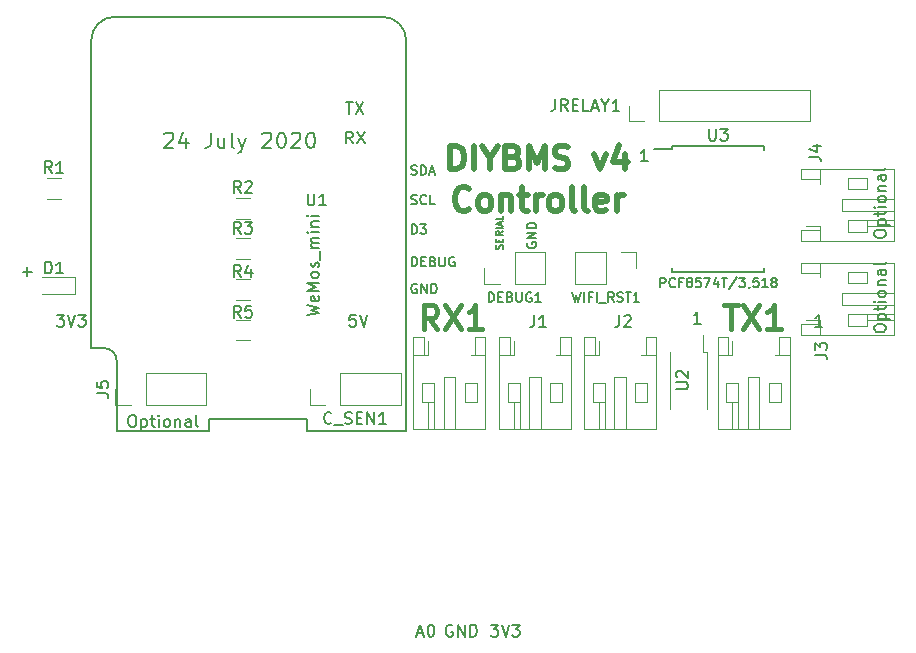
<source format=gbr>
G04 #@! TF.GenerationSoftware,KiCad,Pcbnew,(5.1.5)-3*
G04 #@! TF.CreationDate,2020-07-24T11:30:06+01:00*
G04 #@! TF.ProjectId,ESPControllerCircuit,45535043-6f6e-4747-926f-6c6c65724369,rev?*
G04 #@! TF.SameCoordinates,Original*
G04 #@! TF.FileFunction,Legend,Top*
G04 #@! TF.FilePolarity,Positive*
%FSLAX46Y46*%
G04 Gerber Fmt 4.6, Leading zero omitted, Abs format (unit mm)*
G04 Created by KiCad (PCBNEW (5.1.5)-3) date 2020-07-24 11:30:06*
%MOMM*%
%LPD*%
G04 APERTURE LIST*
%ADD10C,0.150000*%
%ADD11C,0.500000*%
%ADD12C,0.120000*%
%ADD13C,0.400000*%
G04 APERTURE END LIST*
D10*
X113992857Y-116385714D02*
X114021428Y-116300000D01*
X114021428Y-116157142D01*
X113992857Y-116100000D01*
X113964285Y-116071428D01*
X113907142Y-116042857D01*
X113850000Y-116042857D01*
X113792857Y-116071428D01*
X113764285Y-116100000D01*
X113735714Y-116157142D01*
X113707142Y-116271428D01*
X113678571Y-116328571D01*
X113650000Y-116357142D01*
X113592857Y-116385714D01*
X113535714Y-116385714D01*
X113478571Y-116357142D01*
X113450000Y-116328571D01*
X113421428Y-116271428D01*
X113421428Y-116128571D01*
X113450000Y-116042857D01*
X113707142Y-115785714D02*
X113707142Y-115585714D01*
X114021428Y-115500000D02*
X114021428Y-115785714D01*
X113421428Y-115785714D01*
X113421428Y-115500000D01*
X114021428Y-114900000D02*
X113735714Y-115100000D01*
X114021428Y-115242857D02*
X113421428Y-115242857D01*
X113421428Y-115014285D01*
X113450000Y-114957142D01*
X113478571Y-114928571D01*
X113535714Y-114900000D01*
X113621428Y-114900000D01*
X113678571Y-114928571D01*
X113707142Y-114957142D01*
X113735714Y-115014285D01*
X113735714Y-115242857D01*
X114021428Y-114642857D02*
X113421428Y-114642857D01*
X113850000Y-114385714D02*
X113850000Y-114100000D01*
X114021428Y-114442857D02*
X113421428Y-114242857D01*
X114021428Y-114042857D01*
X114021428Y-113557142D02*
X114021428Y-113842857D01*
X113421428Y-113842857D01*
X116100000Y-115859523D02*
X116061904Y-115935714D01*
X116061904Y-116050000D01*
X116100000Y-116164285D01*
X116176190Y-116240476D01*
X116252380Y-116278571D01*
X116404761Y-116316666D01*
X116519047Y-116316666D01*
X116671428Y-116278571D01*
X116747619Y-116240476D01*
X116823809Y-116164285D01*
X116861904Y-116050000D01*
X116861904Y-115973809D01*
X116823809Y-115859523D01*
X116785714Y-115821428D01*
X116519047Y-115821428D01*
X116519047Y-115973809D01*
X116861904Y-115478571D02*
X116061904Y-115478571D01*
X116861904Y-115021428D01*
X116061904Y-115021428D01*
X116861904Y-114640476D02*
X116061904Y-114640476D01*
X116061904Y-114450000D01*
X116100000Y-114335714D01*
X116176190Y-114259523D01*
X116252380Y-114221428D01*
X116404761Y-114183333D01*
X116519047Y-114183333D01*
X116671428Y-114221428D01*
X116747619Y-114259523D01*
X116823809Y-114335714D01*
X116861904Y-114450000D01*
X116861904Y-114640476D01*
X100738095Y-103952380D02*
X101309523Y-103952380D01*
X101023809Y-104952380D02*
X101023809Y-103952380D01*
X101547619Y-103952380D02*
X102214285Y-104952380D01*
X102214285Y-103952380D02*
X101547619Y-104952380D01*
X101309523Y-107452380D02*
X100976190Y-106976190D01*
X100738094Y-107452380D02*
X100738094Y-106452380D01*
X101119047Y-106452380D01*
X101214285Y-106500000D01*
X101261904Y-106547619D01*
X101309523Y-106642857D01*
X101309523Y-106785714D01*
X101261904Y-106880952D01*
X101214285Y-106928571D01*
X101119047Y-106976190D01*
X100738094Y-106976190D01*
X101642856Y-106452380D02*
X102309523Y-107452380D01*
X102309523Y-106452380D02*
X101642856Y-107452380D01*
X130785714Y-122702380D02*
X130214285Y-122702380D01*
X130500000Y-122702380D02*
X130500000Y-121702380D01*
X130404761Y-121845238D01*
X130309523Y-121940476D01*
X130214285Y-121988095D01*
X141035714Y-122952380D02*
X140464285Y-122952380D01*
X140750000Y-122952380D02*
X140750000Y-121952380D01*
X140654761Y-122095238D01*
X140559523Y-122190476D01*
X140464285Y-122238095D01*
X82559523Y-130452380D02*
X82750000Y-130452380D01*
X82845238Y-130500000D01*
X82940476Y-130595238D01*
X82988095Y-130785714D01*
X82988095Y-131119047D01*
X82940476Y-131309523D01*
X82845238Y-131404761D01*
X82750000Y-131452380D01*
X82559523Y-131452380D01*
X82464285Y-131404761D01*
X82369047Y-131309523D01*
X82321428Y-131119047D01*
X82321428Y-130785714D01*
X82369047Y-130595238D01*
X82464285Y-130500000D01*
X82559523Y-130452380D01*
X83416666Y-130785714D02*
X83416666Y-131785714D01*
X83416666Y-130833333D02*
X83511904Y-130785714D01*
X83702380Y-130785714D01*
X83797619Y-130833333D01*
X83845238Y-130880952D01*
X83892857Y-130976190D01*
X83892857Y-131261904D01*
X83845238Y-131357142D01*
X83797619Y-131404761D01*
X83702380Y-131452380D01*
X83511904Y-131452380D01*
X83416666Y-131404761D01*
X84178571Y-130785714D02*
X84559523Y-130785714D01*
X84321428Y-130452380D02*
X84321428Y-131309523D01*
X84369047Y-131404761D01*
X84464285Y-131452380D01*
X84559523Y-131452380D01*
X84892857Y-131452380D02*
X84892857Y-130785714D01*
X84892857Y-130452380D02*
X84845238Y-130500000D01*
X84892857Y-130547619D01*
X84940476Y-130500000D01*
X84892857Y-130452380D01*
X84892857Y-130547619D01*
X85511904Y-131452380D02*
X85416666Y-131404761D01*
X85369047Y-131357142D01*
X85321428Y-131261904D01*
X85321428Y-130976190D01*
X85369047Y-130880952D01*
X85416666Y-130833333D01*
X85511904Y-130785714D01*
X85654761Y-130785714D01*
X85750000Y-130833333D01*
X85797619Y-130880952D01*
X85845238Y-130976190D01*
X85845238Y-131261904D01*
X85797619Y-131357142D01*
X85750000Y-131404761D01*
X85654761Y-131452380D01*
X85511904Y-131452380D01*
X86273809Y-130785714D02*
X86273809Y-131452380D01*
X86273809Y-130880952D02*
X86321428Y-130833333D01*
X86416666Y-130785714D01*
X86559523Y-130785714D01*
X86654761Y-130833333D01*
X86702380Y-130928571D01*
X86702380Y-131452380D01*
X87607142Y-131452380D02*
X87607142Y-130928571D01*
X87559523Y-130833333D01*
X87464285Y-130785714D01*
X87273809Y-130785714D01*
X87178571Y-130833333D01*
X87607142Y-131404761D02*
X87511904Y-131452380D01*
X87273809Y-131452380D01*
X87178571Y-131404761D01*
X87130952Y-131309523D01*
X87130952Y-131214285D01*
X87178571Y-131119047D01*
X87273809Y-131071428D01*
X87511904Y-131071428D01*
X87607142Y-131023809D01*
X88226190Y-131452380D02*
X88130952Y-131404761D01*
X88083333Y-131309523D01*
X88083333Y-130452380D01*
X145452380Y-115190476D02*
X145452380Y-115000000D01*
X145500000Y-114904761D01*
X145595238Y-114809523D01*
X145785714Y-114761904D01*
X146119047Y-114761904D01*
X146309523Y-114809523D01*
X146404761Y-114904761D01*
X146452380Y-115000000D01*
X146452380Y-115190476D01*
X146404761Y-115285714D01*
X146309523Y-115380952D01*
X146119047Y-115428571D01*
X145785714Y-115428571D01*
X145595238Y-115380952D01*
X145500000Y-115285714D01*
X145452380Y-115190476D01*
X145785714Y-114333333D02*
X146785714Y-114333333D01*
X145833333Y-114333333D02*
X145785714Y-114238095D01*
X145785714Y-114047619D01*
X145833333Y-113952380D01*
X145880952Y-113904761D01*
X145976190Y-113857142D01*
X146261904Y-113857142D01*
X146357142Y-113904761D01*
X146404761Y-113952380D01*
X146452380Y-114047619D01*
X146452380Y-114238095D01*
X146404761Y-114333333D01*
X145785714Y-113571428D02*
X145785714Y-113190476D01*
X145452380Y-113428571D02*
X146309523Y-113428571D01*
X146404761Y-113380952D01*
X146452380Y-113285714D01*
X146452380Y-113190476D01*
X146452380Y-112857142D02*
X145785714Y-112857142D01*
X145452380Y-112857142D02*
X145500000Y-112904761D01*
X145547619Y-112857142D01*
X145500000Y-112809523D01*
X145452380Y-112857142D01*
X145547619Y-112857142D01*
X146452380Y-112238095D02*
X146404761Y-112333333D01*
X146357142Y-112380952D01*
X146261904Y-112428571D01*
X145976190Y-112428571D01*
X145880952Y-112380952D01*
X145833333Y-112333333D01*
X145785714Y-112238095D01*
X145785714Y-112095238D01*
X145833333Y-112000000D01*
X145880952Y-111952380D01*
X145976190Y-111904761D01*
X146261904Y-111904761D01*
X146357142Y-111952380D01*
X146404761Y-112000000D01*
X146452380Y-112095238D01*
X146452380Y-112238095D01*
X145785714Y-111476190D02*
X146452380Y-111476190D01*
X145880952Y-111476190D02*
X145833333Y-111428571D01*
X145785714Y-111333333D01*
X145785714Y-111190476D01*
X145833333Y-111095238D01*
X145928571Y-111047619D01*
X146452380Y-111047619D01*
X146452380Y-110142857D02*
X145928571Y-110142857D01*
X145833333Y-110190476D01*
X145785714Y-110285714D01*
X145785714Y-110476190D01*
X145833333Y-110571428D01*
X146404761Y-110142857D02*
X146452380Y-110238095D01*
X146452380Y-110476190D01*
X146404761Y-110571428D01*
X146309523Y-110619047D01*
X146214285Y-110619047D01*
X146119047Y-110571428D01*
X146071428Y-110476190D01*
X146071428Y-110238095D01*
X146023809Y-110142857D01*
X146452380Y-109523809D02*
X146404761Y-109619047D01*
X146309523Y-109666666D01*
X145452380Y-109666666D01*
X145452380Y-123190476D02*
X145452380Y-123000000D01*
X145500000Y-122904761D01*
X145595238Y-122809523D01*
X145785714Y-122761904D01*
X146119047Y-122761904D01*
X146309523Y-122809523D01*
X146404761Y-122904761D01*
X146452380Y-123000000D01*
X146452380Y-123190476D01*
X146404761Y-123285714D01*
X146309523Y-123380952D01*
X146119047Y-123428571D01*
X145785714Y-123428571D01*
X145595238Y-123380952D01*
X145500000Y-123285714D01*
X145452380Y-123190476D01*
X145785714Y-122333333D02*
X146785714Y-122333333D01*
X145833333Y-122333333D02*
X145785714Y-122238095D01*
X145785714Y-122047619D01*
X145833333Y-121952380D01*
X145880952Y-121904761D01*
X145976190Y-121857142D01*
X146261904Y-121857142D01*
X146357142Y-121904761D01*
X146404761Y-121952380D01*
X146452380Y-122047619D01*
X146452380Y-122238095D01*
X146404761Y-122333333D01*
X145785714Y-121571428D02*
X145785714Y-121190476D01*
X145452380Y-121428571D02*
X146309523Y-121428571D01*
X146404761Y-121380952D01*
X146452380Y-121285714D01*
X146452380Y-121190476D01*
X146452380Y-120857142D02*
X145785714Y-120857142D01*
X145452380Y-120857142D02*
X145500000Y-120904761D01*
X145547619Y-120857142D01*
X145500000Y-120809523D01*
X145452380Y-120857142D01*
X145547619Y-120857142D01*
X146452380Y-120238095D02*
X146404761Y-120333333D01*
X146357142Y-120380952D01*
X146261904Y-120428571D01*
X145976190Y-120428571D01*
X145880952Y-120380952D01*
X145833333Y-120333333D01*
X145785714Y-120238095D01*
X145785714Y-120095238D01*
X145833333Y-120000000D01*
X145880952Y-119952380D01*
X145976190Y-119904761D01*
X146261904Y-119904761D01*
X146357142Y-119952380D01*
X146404761Y-120000000D01*
X146452380Y-120095238D01*
X146452380Y-120238095D01*
X145785714Y-119476190D02*
X146452380Y-119476190D01*
X145880952Y-119476190D02*
X145833333Y-119428571D01*
X145785714Y-119333333D01*
X145785714Y-119190476D01*
X145833333Y-119095238D01*
X145928571Y-119047619D01*
X146452380Y-119047619D01*
X146452380Y-118142857D02*
X145928571Y-118142857D01*
X145833333Y-118190476D01*
X145785714Y-118285714D01*
X145785714Y-118476190D01*
X145833333Y-118571428D01*
X146404761Y-118142857D02*
X146452380Y-118238095D01*
X146452380Y-118476190D01*
X146404761Y-118571428D01*
X146309523Y-118619047D01*
X146214285Y-118619047D01*
X146119047Y-118571428D01*
X146071428Y-118476190D01*
X146071428Y-118238095D01*
X146023809Y-118142857D01*
X146452380Y-117523809D02*
X146404761Y-117619047D01*
X146309523Y-117666666D01*
X145452380Y-117666666D01*
X106785714Y-148916666D02*
X107261904Y-148916666D01*
X106690476Y-149202380D02*
X107023809Y-148202380D01*
X107357142Y-149202380D01*
X107880952Y-148202380D02*
X107976190Y-148202380D01*
X108071428Y-148250000D01*
X108119047Y-148297619D01*
X108166666Y-148392857D01*
X108214285Y-148583333D01*
X108214285Y-148821428D01*
X108166666Y-149011904D01*
X108119047Y-149107142D01*
X108071428Y-149154761D01*
X107976190Y-149202380D01*
X107880952Y-149202380D01*
X107785714Y-149154761D01*
X107738095Y-149107142D01*
X107690476Y-149011904D01*
X107642857Y-148821428D01*
X107642857Y-148583333D01*
X107690476Y-148392857D01*
X107738095Y-148297619D01*
X107785714Y-148250000D01*
X107880952Y-148202380D01*
X109738095Y-148250000D02*
X109642857Y-148202380D01*
X109500000Y-148202380D01*
X109357142Y-148250000D01*
X109261904Y-148345238D01*
X109214285Y-148440476D01*
X109166666Y-148630952D01*
X109166666Y-148773809D01*
X109214285Y-148964285D01*
X109261904Y-149059523D01*
X109357142Y-149154761D01*
X109500000Y-149202380D01*
X109595238Y-149202380D01*
X109738095Y-149154761D01*
X109785714Y-149107142D01*
X109785714Y-148773809D01*
X109595238Y-148773809D01*
X110214285Y-149202380D02*
X110214285Y-148202380D01*
X110785714Y-149202380D01*
X110785714Y-148202380D01*
X111261904Y-149202380D02*
X111261904Y-148202380D01*
X111500000Y-148202380D01*
X111642857Y-148250000D01*
X111738095Y-148345238D01*
X111785714Y-148440476D01*
X111833333Y-148630952D01*
X111833333Y-148773809D01*
X111785714Y-148964285D01*
X111738095Y-149059523D01*
X111642857Y-149154761D01*
X111500000Y-149202380D01*
X111261904Y-149202380D01*
X113011904Y-148202380D02*
X113630952Y-148202380D01*
X113297619Y-148583333D01*
X113440476Y-148583333D01*
X113535714Y-148630952D01*
X113583333Y-148678571D01*
X113630952Y-148773809D01*
X113630952Y-149011904D01*
X113583333Y-149107142D01*
X113535714Y-149154761D01*
X113440476Y-149202380D01*
X113154761Y-149202380D01*
X113059523Y-149154761D01*
X113011904Y-149107142D01*
X113916666Y-148202380D02*
X114250000Y-149202380D01*
X114583333Y-148202380D01*
X114821428Y-148202380D02*
X115440476Y-148202380D01*
X115107142Y-148583333D01*
X115250000Y-148583333D01*
X115345238Y-148630952D01*
X115392857Y-148678571D01*
X115440476Y-148773809D01*
X115440476Y-149011904D01*
X115392857Y-149107142D01*
X115345238Y-149154761D01*
X115250000Y-149202380D01*
X114964285Y-149202380D01*
X114869047Y-149154761D01*
X114821428Y-149107142D01*
X106316666Y-115111904D02*
X106316666Y-114311904D01*
X106507143Y-114311904D01*
X106621428Y-114350000D01*
X106697619Y-114426190D01*
X106735714Y-114502380D01*
X106773809Y-114654761D01*
X106773809Y-114769047D01*
X106735714Y-114921428D01*
X106697619Y-114997619D01*
X106621428Y-115073809D01*
X106507143Y-115111904D01*
X106316666Y-115111904D01*
X107040476Y-114311904D02*
X107535714Y-114311904D01*
X107269047Y-114616666D01*
X107383333Y-114616666D01*
X107459523Y-114654761D01*
X107497619Y-114692857D01*
X107535714Y-114769047D01*
X107535714Y-114959523D01*
X107497619Y-115035714D01*
X107459523Y-115073809D01*
X107383333Y-115111904D01*
X107154762Y-115111904D01*
X107078571Y-115073809D01*
X107040476Y-115035714D01*
X106316666Y-117861904D02*
X106316666Y-117061904D01*
X106507143Y-117061904D01*
X106621428Y-117100000D01*
X106697619Y-117176190D01*
X106735714Y-117252380D01*
X106773809Y-117404761D01*
X106773809Y-117519047D01*
X106735714Y-117671428D01*
X106697619Y-117747619D01*
X106621428Y-117823809D01*
X106507143Y-117861904D01*
X106316666Y-117861904D01*
X107116666Y-117442857D02*
X107383333Y-117442857D01*
X107497619Y-117861904D02*
X107116666Y-117861904D01*
X107116666Y-117061904D01*
X107497619Y-117061904D01*
X108107143Y-117442857D02*
X108221428Y-117480952D01*
X108259523Y-117519047D01*
X108297619Y-117595238D01*
X108297619Y-117709523D01*
X108259523Y-117785714D01*
X108221428Y-117823809D01*
X108145238Y-117861904D01*
X107840476Y-117861904D01*
X107840476Y-117061904D01*
X108107143Y-117061904D01*
X108183333Y-117100000D01*
X108221428Y-117138095D01*
X108259523Y-117214285D01*
X108259523Y-117290476D01*
X108221428Y-117366666D01*
X108183333Y-117404761D01*
X108107143Y-117442857D01*
X107840476Y-117442857D01*
X108640476Y-117061904D02*
X108640476Y-117709523D01*
X108678571Y-117785714D01*
X108716666Y-117823809D01*
X108792857Y-117861904D01*
X108945238Y-117861904D01*
X109021428Y-117823809D01*
X109059523Y-117785714D01*
X109097619Y-117709523D01*
X109097619Y-117061904D01*
X109897619Y-117100000D02*
X109821428Y-117061904D01*
X109707142Y-117061904D01*
X109592857Y-117100000D01*
X109516666Y-117176190D01*
X109478571Y-117252380D01*
X109440476Y-117404761D01*
X109440476Y-117519047D01*
X109478571Y-117671428D01*
X109516666Y-117747619D01*
X109592857Y-117823809D01*
X109707142Y-117861904D01*
X109783333Y-117861904D01*
X109897619Y-117823809D01*
X109935714Y-117785714D01*
X109935714Y-117519047D01*
X109783333Y-117519047D01*
X106278572Y-112573809D02*
X106392857Y-112611904D01*
X106583333Y-112611904D01*
X106659524Y-112573809D01*
X106697619Y-112535714D01*
X106735714Y-112459523D01*
X106735714Y-112383333D01*
X106697619Y-112307142D01*
X106659524Y-112269047D01*
X106583333Y-112230952D01*
X106430953Y-112192857D01*
X106354762Y-112154761D01*
X106316667Y-112116666D01*
X106278572Y-112040476D01*
X106278572Y-111964285D01*
X106316667Y-111888095D01*
X106354762Y-111850000D01*
X106430953Y-111811904D01*
X106621429Y-111811904D01*
X106735714Y-111850000D01*
X107535714Y-112535714D02*
X107497619Y-112573809D01*
X107383333Y-112611904D01*
X107307143Y-112611904D01*
X107192857Y-112573809D01*
X107116667Y-112497619D01*
X107078572Y-112421428D01*
X107040476Y-112269047D01*
X107040476Y-112154761D01*
X107078572Y-112002380D01*
X107116667Y-111926190D01*
X107192857Y-111850000D01*
X107307143Y-111811904D01*
X107383333Y-111811904D01*
X107497619Y-111850000D01*
X107535714Y-111888095D01*
X108259524Y-112611904D02*
X107878572Y-112611904D01*
X107878572Y-111811904D01*
X106278571Y-110073809D02*
X106392857Y-110111904D01*
X106583333Y-110111904D01*
X106659523Y-110073809D01*
X106697619Y-110035714D01*
X106735714Y-109959523D01*
X106735714Y-109883333D01*
X106697619Y-109807142D01*
X106659523Y-109769047D01*
X106583333Y-109730952D01*
X106430952Y-109692857D01*
X106354761Y-109654761D01*
X106316666Y-109616666D01*
X106278571Y-109540476D01*
X106278571Y-109464285D01*
X106316666Y-109388095D01*
X106354761Y-109350000D01*
X106430952Y-109311904D01*
X106621428Y-109311904D01*
X106735714Y-109350000D01*
X107078571Y-110111904D02*
X107078571Y-109311904D01*
X107269047Y-109311904D01*
X107383333Y-109350000D01*
X107459523Y-109426190D01*
X107497619Y-109502380D01*
X107535714Y-109654761D01*
X107535714Y-109769047D01*
X107497619Y-109921428D01*
X107459523Y-109997619D01*
X107383333Y-110073809D01*
X107269047Y-110111904D01*
X107078571Y-110111904D01*
X107840476Y-109883333D02*
X108221428Y-109883333D01*
X107764285Y-110111904D02*
X108030952Y-109311904D01*
X108297619Y-110111904D01*
X106735714Y-119350000D02*
X106659523Y-119311904D01*
X106545238Y-119311904D01*
X106430952Y-119350000D01*
X106354761Y-119426190D01*
X106316666Y-119502380D01*
X106278571Y-119654761D01*
X106278571Y-119769047D01*
X106316666Y-119921428D01*
X106354761Y-119997619D01*
X106430952Y-120073809D01*
X106545238Y-120111904D01*
X106621428Y-120111904D01*
X106735714Y-120073809D01*
X106773809Y-120035714D01*
X106773809Y-119769047D01*
X106621428Y-119769047D01*
X107116666Y-120111904D02*
X107116666Y-119311904D01*
X107573809Y-120111904D01*
X107573809Y-119311904D01*
X107954761Y-120111904D02*
X107954761Y-119311904D01*
X108145238Y-119311904D01*
X108259523Y-119350000D01*
X108335714Y-119426190D01*
X108373809Y-119502380D01*
X108411904Y-119654761D01*
X108411904Y-119769047D01*
X108373809Y-119921428D01*
X108335714Y-119997619D01*
X108259523Y-120073809D01*
X108145238Y-120111904D01*
X107954761Y-120111904D01*
X101559523Y-121952380D02*
X101083333Y-121952380D01*
X101035714Y-122428571D01*
X101083333Y-122380952D01*
X101178571Y-122333333D01*
X101416666Y-122333333D01*
X101511904Y-122380952D01*
X101559523Y-122428571D01*
X101607142Y-122523809D01*
X101607142Y-122761904D01*
X101559523Y-122857142D01*
X101511904Y-122904761D01*
X101416666Y-122952380D01*
X101178571Y-122952380D01*
X101083333Y-122904761D01*
X101035714Y-122857142D01*
X101892857Y-121952380D02*
X102226190Y-122952380D01*
X102559523Y-121952380D01*
X76261904Y-121952380D02*
X76880952Y-121952380D01*
X76547619Y-122333333D01*
X76690476Y-122333333D01*
X76785714Y-122380952D01*
X76833333Y-122428571D01*
X76880952Y-122523809D01*
X76880952Y-122761904D01*
X76833333Y-122857142D01*
X76785714Y-122904761D01*
X76690476Y-122952380D01*
X76404761Y-122952380D01*
X76309523Y-122904761D01*
X76261904Y-122857142D01*
X77166666Y-121952380D02*
X77500000Y-122952380D01*
X77833333Y-121952380D01*
X78071428Y-121952380D02*
X78690476Y-121952380D01*
X78357142Y-122333333D01*
X78500000Y-122333333D01*
X78595238Y-122380952D01*
X78642857Y-122428571D01*
X78690476Y-122523809D01*
X78690476Y-122761904D01*
X78642857Y-122857142D01*
X78595238Y-122904761D01*
X78500000Y-122952380D01*
X78214285Y-122952380D01*
X78119047Y-122904761D01*
X78071428Y-122857142D01*
X73369047Y-118321428D02*
X74130952Y-118321428D01*
X73750000Y-118702380D02*
X73750000Y-117940476D01*
X126285714Y-108952380D02*
X125714285Y-108952380D01*
X126000000Y-108952380D02*
X126000000Y-107952380D01*
X125904761Y-108095238D01*
X125809523Y-108190476D01*
X125714285Y-108238095D01*
X85373809Y-106661904D02*
X85435714Y-106600000D01*
X85559523Y-106538095D01*
X85869047Y-106538095D01*
X85992857Y-106600000D01*
X86054761Y-106661904D01*
X86116666Y-106785714D01*
X86116666Y-106909523D01*
X86054761Y-107095238D01*
X85311904Y-107838095D01*
X86116666Y-107838095D01*
X87230952Y-106971428D02*
X87230952Y-107838095D01*
X86921428Y-106476190D02*
X86611904Y-107404761D01*
X87416666Y-107404761D01*
X89273809Y-106538095D02*
X89273809Y-107466666D01*
X89211904Y-107652380D01*
X89088095Y-107776190D01*
X88902380Y-107838095D01*
X88778571Y-107838095D01*
X90450000Y-106971428D02*
X90450000Y-107838095D01*
X89892857Y-106971428D02*
X89892857Y-107652380D01*
X89954761Y-107776190D01*
X90078571Y-107838095D01*
X90264285Y-107838095D01*
X90388095Y-107776190D01*
X90450000Y-107714285D01*
X91254761Y-107838095D02*
X91130952Y-107776190D01*
X91069047Y-107652380D01*
X91069047Y-106538095D01*
X91626190Y-106971428D02*
X91935714Y-107838095D01*
X92245238Y-106971428D02*
X91935714Y-107838095D01*
X91811904Y-108147619D01*
X91750000Y-108209523D01*
X91626190Y-108271428D01*
X93669047Y-106661904D02*
X93730952Y-106600000D01*
X93854761Y-106538095D01*
X94164285Y-106538095D01*
X94288095Y-106600000D01*
X94350000Y-106661904D01*
X94411904Y-106785714D01*
X94411904Y-106909523D01*
X94350000Y-107095238D01*
X93607142Y-107838095D01*
X94411904Y-107838095D01*
X95216666Y-106538095D02*
X95340476Y-106538095D01*
X95464285Y-106600000D01*
X95526190Y-106661904D01*
X95588095Y-106785714D01*
X95650000Y-107033333D01*
X95650000Y-107342857D01*
X95588095Y-107590476D01*
X95526190Y-107714285D01*
X95464285Y-107776190D01*
X95340476Y-107838095D01*
X95216666Y-107838095D01*
X95092857Y-107776190D01*
X95030952Y-107714285D01*
X94969047Y-107590476D01*
X94907142Y-107342857D01*
X94907142Y-107033333D01*
X94969047Y-106785714D01*
X95030952Y-106661904D01*
X95092857Y-106600000D01*
X95216666Y-106538095D01*
X96145238Y-106661904D02*
X96207142Y-106600000D01*
X96330952Y-106538095D01*
X96640476Y-106538095D01*
X96764285Y-106600000D01*
X96826190Y-106661904D01*
X96888095Y-106785714D01*
X96888095Y-106909523D01*
X96826190Y-107095238D01*
X96083333Y-107838095D01*
X96888095Y-107838095D01*
X97692857Y-106538095D02*
X97816666Y-106538095D01*
X97940476Y-106600000D01*
X98002380Y-106661904D01*
X98064285Y-106785714D01*
X98126190Y-107033333D01*
X98126190Y-107342857D01*
X98064285Y-107590476D01*
X98002380Y-107714285D01*
X97940476Y-107776190D01*
X97816666Y-107838095D01*
X97692857Y-107838095D01*
X97569047Y-107776190D01*
X97507142Y-107714285D01*
X97445238Y-107590476D01*
X97383333Y-107342857D01*
X97383333Y-107033333D01*
X97445238Y-106785714D01*
X97507142Y-106661904D01*
X97569047Y-106600000D01*
X97692857Y-106538095D01*
D11*
X109571428Y-109654761D02*
X109571428Y-107654761D01*
X110047619Y-107654761D01*
X110333333Y-107750000D01*
X110523809Y-107940476D01*
X110619047Y-108130952D01*
X110714285Y-108511904D01*
X110714285Y-108797619D01*
X110619047Y-109178571D01*
X110523809Y-109369047D01*
X110333333Y-109559523D01*
X110047619Y-109654761D01*
X109571428Y-109654761D01*
X111571428Y-109654761D02*
X111571428Y-107654761D01*
X112904761Y-108702380D02*
X112904761Y-109654761D01*
X112238095Y-107654761D02*
X112904761Y-108702380D01*
X113571428Y-107654761D01*
X114904761Y-108607142D02*
X115190476Y-108702380D01*
X115285714Y-108797619D01*
X115380952Y-108988095D01*
X115380952Y-109273809D01*
X115285714Y-109464285D01*
X115190476Y-109559523D01*
X115000000Y-109654761D01*
X114238095Y-109654761D01*
X114238095Y-107654761D01*
X114904761Y-107654761D01*
X115095238Y-107750000D01*
X115190476Y-107845238D01*
X115285714Y-108035714D01*
X115285714Y-108226190D01*
X115190476Y-108416666D01*
X115095238Y-108511904D01*
X114904761Y-108607142D01*
X114238095Y-108607142D01*
X116238095Y-109654761D02*
X116238095Y-107654761D01*
X116904761Y-109083333D01*
X117571428Y-107654761D01*
X117571428Y-109654761D01*
X118428571Y-109559523D02*
X118714285Y-109654761D01*
X119190476Y-109654761D01*
X119380952Y-109559523D01*
X119476190Y-109464285D01*
X119571428Y-109273809D01*
X119571428Y-109083333D01*
X119476190Y-108892857D01*
X119380952Y-108797619D01*
X119190476Y-108702380D01*
X118809523Y-108607142D01*
X118619047Y-108511904D01*
X118523809Y-108416666D01*
X118428571Y-108226190D01*
X118428571Y-108035714D01*
X118523809Y-107845238D01*
X118619047Y-107750000D01*
X118809523Y-107654761D01*
X119285714Y-107654761D01*
X119571428Y-107750000D01*
X121761904Y-108321428D02*
X122238095Y-109654761D01*
X122714285Y-108321428D01*
X124333333Y-108321428D02*
X124333333Y-109654761D01*
X123857142Y-107559523D02*
X123380952Y-108988095D01*
X124619047Y-108988095D01*
X111190476Y-112964285D02*
X111095238Y-113059523D01*
X110809523Y-113154761D01*
X110619047Y-113154761D01*
X110333333Y-113059523D01*
X110142857Y-112869047D01*
X110047619Y-112678571D01*
X109952380Y-112297619D01*
X109952380Y-112011904D01*
X110047619Y-111630952D01*
X110142857Y-111440476D01*
X110333333Y-111250000D01*
X110619047Y-111154761D01*
X110809523Y-111154761D01*
X111095238Y-111250000D01*
X111190476Y-111345238D01*
X112333333Y-113154761D02*
X112142857Y-113059523D01*
X112047619Y-112964285D01*
X111952380Y-112773809D01*
X111952380Y-112202380D01*
X112047619Y-112011904D01*
X112142857Y-111916666D01*
X112333333Y-111821428D01*
X112619047Y-111821428D01*
X112809523Y-111916666D01*
X112904761Y-112011904D01*
X113000000Y-112202380D01*
X113000000Y-112773809D01*
X112904761Y-112964285D01*
X112809523Y-113059523D01*
X112619047Y-113154761D01*
X112333333Y-113154761D01*
X113857142Y-111821428D02*
X113857142Y-113154761D01*
X113857142Y-112011904D02*
X113952380Y-111916666D01*
X114142857Y-111821428D01*
X114428571Y-111821428D01*
X114619047Y-111916666D01*
X114714285Y-112107142D01*
X114714285Y-113154761D01*
X115380952Y-111821428D02*
X116142857Y-111821428D01*
X115666666Y-111154761D02*
X115666666Y-112869047D01*
X115761904Y-113059523D01*
X115952380Y-113154761D01*
X116142857Y-113154761D01*
X116809523Y-113154761D02*
X116809523Y-111821428D01*
X116809523Y-112202380D02*
X116904761Y-112011904D01*
X117000000Y-111916666D01*
X117190476Y-111821428D01*
X117380952Y-111821428D01*
X118333333Y-113154761D02*
X118142857Y-113059523D01*
X118047619Y-112964285D01*
X117952380Y-112773809D01*
X117952380Y-112202380D01*
X118047619Y-112011904D01*
X118142857Y-111916666D01*
X118333333Y-111821428D01*
X118619047Y-111821428D01*
X118809523Y-111916666D01*
X118904761Y-112011904D01*
X119000000Y-112202380D01*
X119000000Y-112773809D01*
X118904761Y-112964285D01*
X118809523Y-113059523D01*
X118619047Y-113154761D01*
X118333333Y-113154761D01*
X120142857Y-113154761D02*
X119952380Y-113059523D01*
X119857142Y-112869047D01*
X119857142Y-111154761D01*
X121190476Y-113154761D02*
X121000000Y-113059523D01*
X120904761Y-112869047D01*
X120904761Y-111154761D01*
X122714285Y-113059523D02*
X122523809Y-113154761D01*
X122142857Y-113154761D01*
X121952380Y-113059523D01*
X121857142Y-112869047D01*
X121857142Y-112107142D01*
X121952380Y-111916666D01*
X122142857Y-111821428D01*
X122523809Y-111821428D01*
X122714285Y-111916666D01*
X122809523Y-112107142D01*
X122809523Y-112297619D01*
X121857142Y-112488095D01*
X123666666Y-113154761D02*
X123666666Y-111821428D01*
X123666666Y-112202380D02*
X123761904Y-112011904D01*
X123857142Y-111916666D01*
X124047619Y-111821428D01*
X124238095Y-111821428D01*
D12*
X105410000Y-129580000D02*
X105410000Y-126920000D01*
X100270000Y-129580000D02*
X105410000Y-129580000D01*
X100270000Y-126920000D02*
X105410000Y-126920000D01*
X100270000Y-129580000D02*
X100270000Y-126920000D01*
X99000000Y-129580000D02*
X97670000Y-129580000D01*
X97670000Y-129580000D02*
X97670000Y-128250000D01*
X88910000Y-129580000D02*
X88910000Y-126920000D01*
X83770000Y-129580000D02*
X88910000Y-129580000D01*
X83770000Y-126920000D02*
X88910000Y-126920000D01*
X83770000Y-129580000D02*
X83770000Y-126920000D01*
X82500000Y-129580000D02*
X81170000Y-129580000D01*
X81170000Y-129580000D02*
X81170000Y-128250000D01*
X77800000Y-120200000D02*
X77800000Y-118800000D01*
X77800000Y-118800000D02*
X75000000Y-118800000D01*
X77800000Y-120200000D02*
X75000000Y-120200000D01*
D10*
X128375000Y-107675000D02*
X128375000Y-107950000D01*
X136125000Y-107675000D02*
X136125000Y-108030000D01*
X136125000Y-118325000D02*
X136125000Y-117970000D01*
X128375000Y-118325000D02*
X128375000Y-117970000D01*
X128375000Y-107675000D02*
X136125000Y-107675000D01*
X128375000Y-118325000D02*
X136125000Y-118325000D01*
X128375000Y-107950000D02*
X126850000Y-107950000D01*
D12*
X147100000Y-113150000D02*
X142750000Y-113150000D01*
X142750000Y-113150000D02*
X142750000Y-112150000D01*
X142750000Y-112150000D02*
X147100000Y-112150000D01*
X140900000Y-114450000D02*
X140900000Y-114800000D01*
X140900000Y-114800000D02*
X139300000Y-114800000D01*
X139300000Y-114800000D02*
X139300000Y-115700000D01*
X139300000Y-115700000D02*
X147100000Y-115700000D01*
X147100000Y-115700000D02*
X147100000Y-109600000D01*
X147100000Y-109600000D02*
X139300000Y-109600000D01*
X139300000Y-109600000D02*
X139300000Y-110500000D01*
X139300000Y-110500000D02*
X140900000Y-110500000D01*
X140900000Y-110500000D02*
X140900000Y-110850000D01*
X140900000Y-115700000D02*
X140900000Y-114800000D01*
X140900000Y-109600000D02*
X140900000Y-110500000D01*
X143250000Y-114950000D02*
X144850000Y-114950000D01*
X144850000Y-114950000D02*
X144850000Y-113950000D01*
X144850000Y-113950000D02*
X143250000Y-113950000D01*
X143250000Y-113950000D02*
X143250000Y-114950000D01*
X143250000Y-110350000D02*
X144850000Y-110350000D01*
X144850000Y-110350000D02*
X144850000Y-111350000D01*
X144850000Y-111350000D02*
X143250000Y-111350000D01*
X143250000Y-111350000D02*
X143250000Y-110350000D01*
X144850000Y-113950000D02*
X147100000Y-113950000D01*
X144850000Y-114450000D02*
X147100000Y-114450000D01*
X140900000Y-114450000D02*
X139700000Y-114450000D01*
X147100000Y-121100000D02*
X142750000Y-121100000D01*
X142750000Y-121100000D02*
X142750000Y-120100000D01*
X142750000Y-120100000D02*
X147100000Y-120100000D01*
X140900000Y-122400000D02*
X140900000Y-122750000D01*
X140900000Y-122750000D02*
X139300000Y-122750000D01*
X139300000Y-122750000D02*
X139300000Y-123650000D01*
X139300000Y-123650000D02*
X147100000Y-123650000D01*
X147100000Y-123650000D02*
X147100000Y-117550000D01*
X147100000Y-117550000D02*
X139300000Y-117550000D01*
X139300000Y-117550000D02*
X139300000Y-118450000D01*
X139300000Y-118450000D02*
X140900000Y-118450000D01*
X140900000Y-118450000D02*
X140900000Y-118800000D01*
X140900000Y-123650000D02*
X140900000Y-122750000D01*
X140900000Y-117550000D02*
X140900000Y-118450000D01*
X143250000Y-122900000D02*
X144850000Y-122900000D01*
X144850000Y-122900000D02*
X144850000Y-121900000D01*
X144850000Y-121900000D02*
X143250000Y-121900000D01*
X143250000Y-121900000D02*
X143250000Y-122900000D01*
X143250000Y-118300000D02*
X144850000Y-118300000D01*
X144850000Y-118300000D02*
X144850000Y-119300000D01*
X144850000Y-119300000D02*
X143250000Y-119300000D01*
X143250000Y-119300000D02*
X143250000Y-118300000D01*
X144850000Y-121900000D02*
X147100000Y-121900000D01*
X144850000Y-122400000D02*
X147100000Y-122400000D01*
X140900000Y-122400000D02*
X139700000Y-122400000D01*
X123450000Y-131600000D02*
X123450000Y-127250000D01*
X123450000Y-127250000D02*
X124450000Y-127250000D01*
X124450000Y-127250000D02*
X124450000Y-131600000D01*
X122150000Y-125400000D02*
X121800000Y-125400000D01*
X121800000Y-125400000D02*
X121800000Y-123800000D01*
X121800000Y-123800000D02*
X120900000Y-123800000D01*
X120900000Y-123800000D02*
X120900000Y-131600000D01*
X120900000Y-131600000D02*
X127000000Y-131600000D01*
X127000000Y-131600000D02*
X127000000Y-123800000D01*
X127000000Y-123800000D02*
X126100000Y-123800000D01*
X126100000Y-123800000D02*
X126100000Y-125400000D01*
X126100000Y-125400000D02*
X125750000Y-125400000D01*
X120900000Y-125400000D02*
X121800000Y-125400000D01*
X127000000Y-125400000D02*
X126100000Y-125400000D01*
X121650000Y-127750000D02*
X121650000Y-129350000D01*
X121650000Y-129350000D02*
X122650000Y-129350000D01*
X122650000Y-129350000D02*
X122650000Y-127750000D01*
X122650000Y-127750000D02*
X121650000Y-127750000D01*
X126250000Y-127750000D02*
X126250000Y-129350000D01*
X126250000Y-129350000D02*
X125250000Y-129350000D01*
X125250000Y-129350000D02*
X125250000Y-127750000D01*
X125250000Y-127750000D02*
X126250000Y-127750000D01*
X122650000Y-129350000D02*
X122650000Y-131600000D01*
X122150000Y-129350000D02*
X122150000Y-131600000D01*
X122150000Y-125400000D02*
X122150000Y-124200000D01*
X116250000Y-131600000D02*
X116250000Y-127250000D01*
X116250000Y-127250000D02*
X117250000Y-127250000D01*
X117250000Y-127250000D02*
X117250000Y-131600000D01*
X114950000Y-125400000D02*
X114600000Y-125400000D01*
X114600000Y-125400000D02*
X114600000Y-123800000D01*
X114600000Y-123800000D02*
X113700000Y-123800000D01*
X113700000Y-123800000D02*
X113700000Y-131600000D01*
X113700000Y-131600000D02*
X119800000Y-131600000D01*
X119800000Y-131600000D02*
X119800000Y-123800000D01*
X119800000Y-123800000D02*
X118900000Y-123800000D01*
X118900000Y-123800000D02*
X118900000Y-125400000D01*
X118900000Y-125400000D02*
X118550000Y-125400000D01*
X113700000Y-125400000D02*
X114600000Y-125400000D01*
X119800000Y-125400000D02*
X118900000Y-125400000D01*
X114450000Y-127750000D02*
X114450000Y-129350000D01*
X114450000Y-129350000D02*
X115450000Y-129350000D01*
X115450000Y-129350000D02*
X115450000Y-127750000D01*
X115450000Y-127750000D02*
X114450000Y-127750000D01*
X119050000Y-127750000D02*
X119050000Y-129350000D01*
X119050000Y-129350000D02*
X118050000Y-129350000D01*
X118050000Y-129350000D02*
X118050000Y-127750000D01*
X118050000Y-127750000D02*
X119050000Y-127750000D01*
X115450000Y-129350000D02*
X115450000Y-131600000D01*
X114950000Y-129350000D02*
X114950000Y-131600000D01*
X114950000Y-125400000D02*
X114950000Y-124200000D01*
X120130000Y-116670000D02*
X120130000Y-119330000D01*
X122730000Y-116670000D02*
X120130000Y-116670000D01*
X122730000Y-119330000D02*
X120130000Y-119330000D01*
X122730000Y-116670000D02*
X122730000Y-119330000D01*
X124000000Y-116670000D02*
X125330000Y-116670000D01*
X125330000Y-116670000D02*
X125330000Y-118000000D01*
X140030000Y-105580000D02*
X140030000Y-102920000D01*
X127270000Y-105580000D02*
X140030000Y-105580000D01*
X127270000Y-102920000D02*
X140030000Y-102920000D01*
X127270000Y-105580000D02*
X127270000Y-102920000D01*
X126000000Y-105580000D02*
X124670000Y-105580000D01*
X124670000Y-105580000D02*
X124670000Y-104250000D01*
X91400000Y-122370000D02*
X92600000Y-122370000D01*
X92600000Y-124130000D02*
X91400000Y-124130000D01*
X91400000Y-118932500D02*
X92600000Y-118932500D01*
X92600000Y-120692500D02*
X91400000Y-120692500D01*
X131340000Y-125100000D02*
X130940000Y-125100000D01*
X130940000Y-125100000D02*
X130940000Y-123700000D01*
X131340000Y-125100000D02*
X131340000Y-129900000D01*
X128140000Y-125100000D02*
X128140000Y-129900000D01*
X134750000Y-131600000D02*
X134750000Y-127250000D01*
X134750000Y-127250000D02*
X135750000Y-127250000D01*
X135750000Y-127250000D02*
X135750000Y-131600000D01*
X133450000Y-125400000D02*
X133100000Y-125400000D01*
X133100000Y-125400000D02*
X133100000Y-123800000D01*
X133100000Y-123800000D02*
X132200000Y-123800000D01*
X132200000Y-123800000D02*
X132200000Y-131600000D01*
X132200000Y-131600000D02*
X138300000Y-131600000D01*
X138300000Y-131600000D02*
X138300000Y-123800000D01*
X138300000Y-123800000D02*
X137400000Y-123800000D01*
X137400000Y-123800000D02*
X137400000Y-125400000D01*
X137400000Y-125400000D02*
X137050000Y-125400000D01*
X132200000Y-125400000D02*
X133100000Y-125400000D01*
X138300000Y-125400000D02*
X137400000Y-125400000D01*
X132950000Y-127750000D02*
X132950000Y-129350000D01*
X132950000Y-129350000D02*
X133950000Y-129350000D01*
X133950000Y-129350000D02*
X133950000Y-127750000D01*
X133950000Y-127750000D02*
X132950000Y-127750000D01*
X137550000Y-127750000D02*
X137550000Y-129350000D01*
X137550000Y-129350000D02*
X136550000Y-129350000D01*
X136550000Y-129350000D02*
X136550000Y-127750000D01*
X136550000Y-127750000D02*
X137550000Y-127750000D01*
X133950000Y-129350000D02*
X133950000Y-131600000D01*
X133450000Y-129350000D02*
X133450000Y-131600000D01*
X133450000Y-125400000D02*
X133450000Y-124200000D01*
X109000000Y-131600000D02*
X109000000Y-127250000D01*
X109000000Y-127250000D02*
X110000000Y-127250000D01*
X110000000Y-127250000D02*
X110000000Y-131600000D01*
X107700000Y-125400000D02*
X107350000Y-125400000D01*
X107350000Y-125400000D02*
X107350000Y-123800000D01*
X107350000Y-123800000D02*
X106450000Y-123800000D01*
X106450000Y-123800000D02*
X106450000Y-131600000D01*
X106450000Y-131600000D02*
X112550000Y-131600000D01*
X112550000Y-131600000D02*
X112550000Y-123800000D01*
X112550000Y-123800000D02*
X111650000Y-123800000D01*
X111650000Y-123800000D02*
X111650000Y-125400000D01*
X111650000Y-125400000D02*
X111300000Y-125400000D01*
X106450000Y-125400000D02*
X107350000Y-125400000D01*
X112550000Y-125400000D02*
X111650000Y-125400000D01*
X107200000Y-127750000D02*
X107200000Y-129350000D01*
X107200000Y-129350000D02*
X108200000Y-129350000D01*
X108200000Y-129350000D02*
X108200000Y-127750000D01*
X108200000Y-127750000D02*
X107200000Y-127750000D01*
X111800000Y-127750000D02*
X111800000Y-129350000D01*
X111800000Y-129350000D02*
X110800000Y-129350000D01*
X110800000Y-129350000D02*
X110800000Y-127750000D01*
X110800000Y-127750000D02*
X111800000Y-127750000D01*
X108200000Y-129350000D02*
X108200000Y-131600000D01*
X107700000Y-129350000D02*
X107700000Y-131600000D01*
X107700000Y-125400000D02*
X107700000Y-124200000D01*
X91400000Y-115495000D02*
X92600000Y-115495000D01*
X92600000Y-117255000D02*
X91400000Y-117255000D01*
X91400000Y-112057500D02*
X92600000Y-112057500D01*
X92600000Y-113817500D02*
X91400000Y-113817500D01*
X117620000Y-119330000D02*
X117620000Y-116670000D01*
X115020000Y-119330000D02*
X117620000Y-119330000D01*
X115020000Y-116670000D02*
X117620000Y-116670000D01*
X115020000Y-119330000D02*
X115020000Y-116670000D01*
X113750000Y-119330000D02*
X112420000Y-119330000D01*
X112420000Y-119330000D02*
X112420000Y-118000000D01*
X75400000Y-110370000D02*
X76600000Y-110370000D01*
X76600000Y-112130000D02*
X75400000Y-112130000D01*
D10*
X79170000Y-124800000D02*
X79170000Y-124800000D01*
X80330000Y-124800000D02*
X79170000Y-124800000D01*
X81320000Y-125800000D02*
G75*
G03X80320000Y-124800000I-1000000J0D01*
G01*
X81320000Y-131800000D02*
X81320000Y-125800000D01*
X105830000Y-98720000D02*
G75*
G03X103830000Y-96720000I-2000000J0D01*
G01*
X81170000Y-96720000D02*
G75*
G03X79170000Y-98720000I0J-2000000D01*
G01*
X97400000Y-131800000D02*
X105829999Y-131800000D01*
X97400000Y-130800000D02*
X97400000Y-131800000D01*
X89180000Y-130800000D02*
X97400000Y-130800000D01*
X89180000Y-131800000D02*
X89180000Y-130800000D01*
X81320000Y-131800000D02*
X89180000Y-131800000D01*
X79170000Y-98720000D02*
X79170000Y-124800000D01*
X103830000Y-96720000D02*
X81170000Y-96720000D01*
X105830000Y-131800000D02*
X105830000Y-98720000D01*
X99500000Y-131107142D02*
X99452380Y-131154761D01*
X99309523Y-131202380D01*
X99214285Y-131202380D01*
X99071428Y-131154761D01*
X98976190Y-131059523D01*
X98928571Y-130964285D01*
X98880952Y-130773809D01*
X98880952Y-130630952D01*
X98928571Y-130440476D01*
X98976190Y-130345238D01*
X99071428Y-130250000D01*
X99214285Y-130202380D01*
X99309523Y-130202380D01*
X99452380Y-130250000D01*
X99500000Y-130297619D01*
X99690476Y-131297619D02*
X100452380Y-131297619D01*
X100642857Y-131154761D02*
X100785714Y-131202380D01*
X101023809Y-131202380D01*
X101119047Y-131154761D01*
X101166666Y-131107142D01*
X101214285Y-131011904D01*
X101214285Y-130916666D01*
X101166666Y-130821428D01*
X101119047Y-130773809D01*
X101023809Y-130726190D01*
X100833333Y-130678571D01*
X100738095Y-130630952D01*
X100690476Y-130583333D01*
X100642857Y-130488095D01*
X100642857Y-130392857D01*
X100690476Y-130297619D01*
X100738095Y-130250000D01*
X100833333Y-130202380D01*
X101071428Y-130202380D01*
X101214285Y-130250000D01*
X101642857Y-130678571D02*
X101976190Y-130678571D01*
X102119047Y-131202380D02*
X101642857Y-131202380D01*
X101642857Y-130202380D01*
X102119047Y-130202380D01*
X102547619Y-131202380D02*
X102547619Y-130202380D01*
X103119047Y-131202380D01*
X103119047Y-130202380D01*
X104119047Y-131202380D02*
X103547619Y-131202380D01*
X103833333Y-131202380D02*
X103833333Y-130202380D01*
X103738095Y-130345238D01*
X103642857Y-130440476D01*
X103547619Y-130488095D01*
X79622380Y-128583333D02*
X80336666Y-128583333D01*
X80479523Y-128630952D01*
X80574761Y-128726190D01*
X80622380Y-128869047D01*
X80622380Y-128964285D01*
X79622380Y-127630952D02*
X79622380Y-128107142D01*
X80098571Y-128154761D01*
X80050952Y-128107142D01*
X80003333Y-128011904D01*
X80003333Y-127773809D01*
X80050952Y-127678571D01*
X80098571Y-127630952D01*
X80193809Y-127583333D01*
X80431904Y-127583333D01*
X80527142Y-127630952D01*
X80574761Y-127678571D01*
X80622380Y-127773809D01*
X80622380Y-128011904D01*
X80574761Y-128107142D01*
X80527142Y-128154761D01*
X75261904Y-118452380D02*
X75261904Y-117452380D01*
X75500000Y-117452380D01*
X75642857Y-117500000D01*
X75738095Y-117595238D01*
X75785714Y-117690476D01*
X75833333Y-117880952D01*
X75833333Y-118023809D01*
X75785714Y-118214285D01*
X75738095Y-118309523D01*
X75642857Y-118404761D01*
X75500000Y-118452380D01*
X75261904Y-118452380D01*
X76785714Y-118452380D02*
X76214285Y-118452380D01*
X76500000Y-118452380D02*
X76500000Y-117452380D01*
X76404761Y-117595238D01*
X76309523Y-117690476D01*
X76214285Y-117738095D01*
X131488095Y-106202380D02*
X131488095Y-107011904D01*
X131535714Y-107107142D01*
X131583333Y-107154761D01*
X131678571Y-107202380D01*
X131869047Y-107202380D01*
X131964285Y-107154761D01*
X132011904Y-107107142D01*
X132059523Y-107011904D01*
X132059523Y-106202380D01*
X132440476Y-106202380D02*
X133059523Y-106202380D01*
X132726190Y-106583333D01*
X132869047Y-106583333D01*
X132964285Y-106630952D01*
X133011904Y-106678571D01*
X133059523Y-106773809D01*
X133059523Y-107011904D01*
X133011904Y-107107142D01*
X132964285Y-107154761D01*
X132869047Y-107202380D01*
X132583333Y-107202380D01*
X132488095Y-107154761D01*
X132440476Y-107107142D01*
X127335714Y-119611904D02*
X127335714Y-118811904D01*
X127640476Y-118811904D01*
X127716666Y-118850000D01*
X127754761Y-118888095D01*
X127792857Y-118964285D01*
X127792857Y-119078571D01*
X127754761Y-119154761D01*
X127716666Y-119192857D01*
X127640476Y-119230952D01*
X127335714Y-119230952D01*
X128592857Y-119535714D02*
X128554761Y-119573809D01*
X128440476Y-119611904D01*
X128364285Y-119611904D01*
X128250000Y-119573809D01*
X128173809Y-119497619D01*
X128135714Y-119421428D01*
X128097619Y-119269047D01*
X128097619Y-119154761D01*
X128135714Y-119002380D01*
X128173809Y-118926190D01*
X128250000Y-118850000D01*
X128364285Y-118811904D01*
X128440476Y-118811904D01*
X128554761Y-118850000D01*
X128592857Y-118888095D01*
X129202380Y-119192857D02*
X128935714Y-119192857D01*
X128935714Y-119611904D02*
X128935714Y-118811904D01*
X129316666Y-118811904D01*
X129735714Y-119154761D02*
X129659523Y-119116666D01*
X129621428Y-119078571D01*
X129583333Y-119002380D01*
X129583333Y-118964285D01*
X129621428Y-118888095D01*
X129659523Y-118850000D01*
X129735714Y-118811904D01*
X129888095Y-118811904D01*
X129964285Y-118850000D01*
X130002380Y-118888095D01*
X130040476Y-118964285D01*
X130040476Y-119002380D01*
X130002380Y-119078571D01*
X129964285Y-119116666D01*
X129888095Y-119154761D01*
X129735714Y-119154761D01*
X129659523Y-119192857D01*
X129621428Y-119230952D01*
X129583333Y-119307142D01*
X129583333Y-119459523D01*
X129621428Y-119535714D01*
X129659523Y-119573809D01*
X129735714Y-119611904D01*
X129888095Y-119611904D01*
X129964285Y-119573809D01*
X130002380Y-119535714D01*
X130040476Y-119459523D01*
X130040476Y-119307142D01*
X130002380Y-119230952D01*
X129964285Y-119192857D01*
X129888095Y-119154761D01*
X130764285Y-118811904D02*
X130383333Y-118811904D01*
X130345238Y-119192857D01*
X130383333Y-119154761D01*
X130459523Y-119116666D01*
X130650000Y-119116666D01*
X130726190Y-119154761D01*
X130764285Y-119192857D01*
X130802380Y-119269047D01*
X130802380Y-119459523D01*
X130764285Y-119535714D01*
X130726190Y-119573809D01*
X130650000Y-119611904D01*
X130459523Y-119611904D01*
X130383333Y-119573809D01*
X130345238Y-119535714D01*
X131069047Y-118811904D02*
X131602380Y-118811904D01*
X131259523Y-119611904D01*
X132250000Y-119078571D02*
X132250000Y-119611904D01*
X132059523Y-118773809D02*
X131869047Y-119345238D01*
X132364285Y-119345238D01*
X132554761Y-118811904D02*
X133011904Y-118811904D01*
X132783333Y-119611904D02*
X132783333Y-118811904D01*
X133850000Y-118773809D02*
X133164285Y-119802380D01*
X134040476Y-118811904D02*
X134535714Y-118811904D01*
X134269047Y-119116666D01*
X134383333Y-119116666D01*
X134459523Y-119154761D01*
X134497619Y-119192857D01*
X134535714Y-119269047D01*
X134535714Y-119459523D01*
X134497619Y-119535714D01*
X134459523Y-119573809D01*
X134383333Y-119611904D01*
X134154761Y-119611904D01*
X134078571Y-119573809D01*
X134040476Y-119535714D01*
X134916666Y-119573809D02*
X134916666Y-119611904D01*
X134878571Y-119688095D01*
X134840476Y-119726190D01*
X135640476Y-118811904D02*
X135259523Y-118811904D01*
X135221428Y-119192857D01*
X135259523Y-119154761D01*
X135335714Y-119116666D01*
X135526190Y-119116666D01*
X135602380Y-119154761D01*
X135640476Y-119192857D01*
X135678571Y-119269047D01*
X135678571Y-119459523D01*
X135640476Y-119535714D01*
X135602380Y-119573809D01*
X135526190Y-119611904D01*
X135335714Y-119611904D01*
X135259523Y-119573809D01*
X135221428Y-119535714D01*
X136440476Y-119611904D02*
X135983333Y-119611904D01*
X136211904Y-119611904D02*
X136211904Y-118811904D01*
X136135714Y-118926190D01*
X136059523Y-119002380D01*
X135983333Y-119040476D01*
X136897619Y-119154761D02*
X136821428Y-119116666D01*
X136783333Y-119078571D01*
X136745238Y-119002380D01*
X136745238Y-118964285D01*
X136783333Y-118888095D01*
X136821428Y-118850000D01*
X136897619Y-118811904D01*
X137050000Y-118811904D01*
X137126190Y-118850000D01*
X137164285Y-118888095D01*
X137202380Y-118964285D01*
X137202380Y-119002380D01*
X137164285Y-119078571D01*
X137126190Y-119116666D01*
X137050000Y-119154761D01*
X136897619Y-119154761D01*
X136821428Y-119192857D01*
X136783333Y-119230952D01*
X136745238Y-119307142D01*
X136745238Y-119459523D01*
X136783333Y-119535714D01*
X136821428Y-119573809D01*
X136897619Y-119611904D01*
X137050000Y-119611904D01*
X137126190Y-119573809D01*
X137164285Y-119535714D01*
X137202380Y-119459523D01*
X137202380Y-119307142D01*
X137164285Y-119230952D01*
X137126190Y-119192857D01*
X137050000Y-119154761D01*
X139952380Y-108583333D02*
X140666666Y-108583333D01*
X140809523Y-108630952D01*
X140904761Y-108726190D01*
X140952380Y-108869047D01*
X140952380Y-108964285D01*
X140285714Y-107678571D02*
X140952380Y-107678571D01*
X139904761Y-107916666D02*
X140619047Y-108154761D01*
X140619047Y-107535714D01*
X140452380Y-125333333D02*
X141166666Y-125333333D01*
X141309523Y-125380952D01*
X141404761Y-125476190D01*
X141452380Y-125619047D01*
X141452380Y-125714285D01*
X140452380Y-124952380D02*
X140452380Y-124333333D01*
X140833333Y-124666666D01*
X140833333Y-124523809D01*
X140880952Y-124428571D01*
X140928571Y-124380952D01*
X141023809Y-124333333D01*
X141261904Y-124333333D01*
X141357142Y-124380952D01*
X141404761Y-124428571D01*
X141452380Y-124523809D01*
X141452380Y-124809523D01*
X141404761Y-124904761D01*
X141357142Y-124952380D01*
X123866666Y-122002380D02*
X123866666Y-122716666D01*
X123819047Y-122859523D01*
X123723809Y-122954761D01*
X123580952Y-123002380D01*
X123485714Y-123002380D01*
X124295238Y-122097619D02*
X124342857Y-122050000D01*
X124438095Y-122002380D01*
X124676190Y-122002380D01*
X124771428Y-122050000D01*
X124819047Y-122097619D01*
X124866666Y-122192857D01*
X124866666Y-122288095D01*
X124819047Y-122430952D01*
X124247619Y-123002380D01*
X124866666Y-123002380D01*
X116666666Y-122002380D02*
X116666666Y-122716666D01*
X116619047Y-122859523D01*
X116523809Y-122954761D01*
X116380952Y-123002380D01*
X116285714Y-123002380D01*
X117666666Y-123002380D02*
X117095238Y-123002380D01*
X117380952Y-123002380D02*
X117380952Y-122002380D01*
X117285714Y-122145238D01*
X117190476Y-122240476D01*
X117095238Y-122288095D01*
X119911904Y-120061904D02*
X120102380Y-120861904D01*
X120254761Y-120290476D01*
X120407142Y-120861904D01*
X120597619Y-120061904D01*
X120902380Y-120861904D02*
X120902380Y-120061904D01*
X121550000Y-120442857D02*
X121283333Y-120442857D01*
X121283333Y-120861904D02*
X121283333Y-120061904D01*
X121664285Y-120061904D01*
X121969047Y-120861904D02*
X121969047Y-120061904D01*
X122159523Y-120938095D02*
X122769047Y-120938095D01*
X123416666Y-120861904D02*
X123150000Y-120480952D01*
X122959523Y-120861904D02*
X122959523Y-120061904D01*
X123264285Y-120061904D01*
X123340476Y-120100000D01*
X123378571Y-120138095D01*
X123416666Y-120214285D01*
X123416666Y-120328571D01*
X123378571Y-120404761D01*
X123340476Y-120442857D01*
X123264285Y-120480952D01*
X122959523Y-120480952D01*
X123721428Y-120823809D02*
X123835714Y-120861904D01*
X124026190Y-120861904D01*
X124102380Y-120823809D01*
X124140476Y-120785714D01*
X124178571Y-120709523D01*
X124178571Y-120633333D01*
X124140476Y-120557142D01*
X124102380Y-120519047D01*
X124026190Y-120480952D01*
X123873809Y-120442857D01*
X123797619Y-120404761D01*
X123759523Y-120366666D01*
X123721428Y-120290476D01*
X123721428Y-120214285D01*
X123759523Y-120138095D01*
X123797619Y-120100000D01*
X123873809Y-120061904D01*
X124064285Y-120061904D01*
X124178571Y-120100000D01*
X124407142Y-120061904D02*
X124864285Y-120061904D01*
X124635714Y-120861904D02*
X124635714Y-120061904D01*
X125550000Y-120861904D02*
X125092857Y-120861904D01*
X125321428Y-120861904D02*
X125321428Y-120061904D01*
X125245238Y-120176190D01*
X125169047Y-120252380D01*
X125092857Y-120290476D01*
X118452380Y-103702380D02*
X118452380Y-104416666D01*
X118404761Y-104559523D01*
X118309523Y-104654761D01*
X118166666Y-104702380D01*
X118071428Y-104702380D01*
X119500000Y-104702380D02*
X119166666Y-104226190D01*
X118928571Y-104702380D02*
X118928571Y-103702380D01*
X119309523Y-103702380D01*
X119404761Y-103750000D01*
X119452380Y-103797619D01*
X119500000Y-103892857D01*
X119500000Y-104035714D01*
X119452380Y-104130952D01*
X119404761Y-104178571D01*
X119309523Y-104226190D01*
X118928571Y-104226190D01*
X119928571Y-104178571D02*
X120261904Y-104178571D01*
X120404761Y-104702380D02*
X119928571Y-104702380D01*
X119928571Y-103702380D01*
X120404761Y-103702380D01*
X121309523Y-104702380D02*
X120833333Y-104702380D01*
X120833333Y-103702380D01*
X121595238Y-104416666D02*
X122071428Y-104416666D01*
X121500000Y-104702380D02*
X121833333Y-103702380D01*
X122166666Y-104702380D01*
X122690476Y-104226190D02*
X122690476Y-104702380D01*
X122357142Y-103702380D02*
X122690476Y-104226190D01*
X123023809Y-103702380D01*
X123880952Y-104702380D02*
X123309523Y-104702380D01*
X123595238Y-104702380D02*
X123595238Y-103702380D01*
X123500000Y-103845238D01*
X123404761Y-103940476D01*
X123309523Y-103988095D01*
X91833333Y-122202380D02*
X91500000Y-121726190D01*
X91261904Y-122202380D02*
X91261904Y-121202380D01*
X91642857Y-121202380D01*
X91738095Y-121250000D01*
X91785714Y-121297619D01*
X91833333Y-121392857D01*
X91833333Y-121535714D01*
X91785714Y-121630952D01*
X91738095Y-121678571D01*
X91642857Y-121726190D01*
X91261904Y-121726190D01*
X92738095Y-121202380D02*
X92261904Y-121202380D01*
X92214285Y-121678571D01*
X92261904Y-121630952D01*
X92357142Y-121583333D01*
X92595238Y-121583333D01*
X92690476Y-121630952D01*
X92738095Y-121678571D01*
X92785714Y-121773809D01*
X92785714Y-122011904D01*
X92738095Y-122107142D01*
X92690476Y-122154761D01*
X92595238Y-122202380D01*
X92357142Y-122202380D01*
X92261904Y-122154761D01*
X92214285Y-122107142D01*
X91833333Y-118764880D02*
X91500000Y-118288690D01*
X91261904Y-118764880D02*
X91261904Y-117764880D01*
X91642857Y-117764880D01*
X91738095Y-117812500D01*
X91785714Y-117860119D01*
X91833333Y-117955357D01*
X91833333Y-118098214D01*
X91785714Y-118193452D01*
X91738095Y-118241071D01*
X91642857Y-118288690D01*
X91261904Y-118288690D01*
X92690476Y-118098214D02*
X92690476Y-118764880D01*
X92452380Y-117717261D02*
X92214285Y-118431547D01*
X92833333Y-118431547D01*
X128702380Y-128261904D02*
X129511904Y-128261904D01*
X129607142Y-128214285D01*
X129654761Y-128166666D01*
X129702380Y-128071428D01*
X129702380Y-127880952D01*
X129654761Y-127785714D01*
X129607142Y-127738095D01*
X129511904Y-127690476D01*
X128702380Y-127690476D01*
X128797619Y-127261904D02*
X128750000Y-127214285D01*
X128702380Y-127119047D01*
X128702380Y-126880952D01*
X128750000Y-126785714D01*
X128797619Y-126738095D01*
X128892857Y-126690476D01*
X128988095Y-126690476D01*
X129130952Y-126738095D01*
X129702380Y-127309523D01*
X129702380Y-126690476D01*
D13*
X132773809Y-121154761D02*
X133916666Y-121154761D01*
X133345238Y-123154761D02*
X133345238Y-121154761D01*
X134392857Y-121154761D02*
X135726190Y-123154761D01*
X135726190Y-121154761D02*
X134392857Y-123154761D01*
X137535714Y-123154761D02*
X136392857Y-123154761D01*
X136964285Y-123154761D02*
X136964285Y-121154761D01*
X136773809Y-121440476D01*
X136583333Y-121630952D01*
X136392857Y-121726190D01*
X108464285Y-123154761D02*
X107797619Y-122202380D01*
X107321428Y-123154761D02*
X107321428Y-121154761D01*
X108083333Y-121154761D01*
X108273809Y-121250000D01*
X108369047Y-121345238D01*
X108464285Y-121535714D01*
X108464285Y-121821428D01*
X108369047Y-122011904D01*
X108273809Y-122107142D01*
X108083333Y-122202380D01*
X107321428Y-122202380D01*
X109130952Y-121154761D02*
X110464285Y-123154761D01*
X110464285Y-121154761D02*
X109130952Y-123154761D01*
X112273809Y-123154761D02*
X111130952Y-123154761D01*
X111702380Y-123154761D02*
X111702380Y-121154761D01*
X111511904Y-121440476D01*
X111321428Y-121630952D01*
X111130952Y-121726190D01*
D10*
X91833333Y-115077380D02*
X91500000Y-114601190D01*
X91261904Y-115077380D02*
X91261904Y-114077380D01*
X91642857Y-114077380D01*
X91738095Y-114125000D01*
X91785714Y-114172619D01*
X91833333Y-114267857D01*
X91833333Y-114410714D01*
X91785714Y-114505952D01*
X91738095Y-114553571D01*
X91642857Y-114601190D01*
X91261904Y-114601190D01*
X92166666Y-114077380D02*
X92785714Y-114077380D01*
X92452380Y-114458333D01*
X92595238Y-114458333D01*
X92690476Y-114505952D01*
X92738095Y-114553571D01*
X92785714Y-114648809D01*
X92785714Y-114886904D01*
X92738095Y-114982142D01*
X92690476Y-115029761D01*
X92595238Y-115077380D01*
X92309523Y-115077380D01*
X92214285Y-115029761D01*
X92166666Y-114982142D01*
X91833333Y-111639880D02*
X91500000Y-111163690D01*
X91261904Y-111639880D02*
X91261904Y-110639880D01*
X91642857Y-110639880D01*
X91738095Y-110687500D01*
X91785714Y-110735119D01*
X91833333Y-110830357D01*
X91833333Y-110973214D01*
X91785714Y-111068452D01*
X91738095Y-111116071D01*
X91642857Y-111163690D01*
X91261904Y-111163690D01*
X92214285Y-110735119D02*
X92261904Y-110687500D01*
X92357142Y-110639880D01*
X92595238Y-110639880D01*
X92690476Y-110687500D01*
X92738095Y-110735119D01*
X92785714Y-110830357D01*
X92785714Y-110925595D01*
X92738095Y-111068452D01*
X92166666Y-111639880D01*
X92785714Y-111639880D01*
X112828571Y-120861904D02*
X112828571Y-120061904D01*
X113019047Y-120061904D01*
X113133333Y-120100000D01*
X113209523Y-120176190D01*
X113247619Y-120252380D01*
X113285714Y-120404761D01*
X113285714Y-120519047D01*
X113247619Y-120671428D01*
X113209523Y-120747619D01*
X113133333Y-120823809D01*
X113019047Y-120861904D01*
X112828571Y-120861904D01*
X113628571Y-120442857D02*
X113895238Y-120442857D01*
X114009523Y-120861904D02*
X113628571Y-120861904D01*
X113628571Y-120061904D01*
X114009523Y-120061904D01*
X114619047Y-120442857D02*
X114733333Y-120480952D01*
X114771428Y-120519047D01*
X114809523Y-120595238D01*
X114809523Y-120709523D01*
X114771428Y-120785714D01*
X114733333Y-120823809D01*
X114657142Y-120861904D01*
X114352380Y-120861904D01*
X114352380Y-120061904D01*
X114619047Y-120061904D01*
X114695238Y-120100000D01*
X114733333Y-120138095D01*
X114771428Y-120214285D01*
X114771428Y-120290476D01*
X114733333Y-120366666D01*
X114695238Y-120404761D01*
X114619047Y-120442857D01*
X114352380Y-120442857D01*
X115152380Y-120061904D02*
X115152380Y-120709523D01*
X115190476Y-120785714D01*
X115228571Y-120823809D01*
X115304761Y-120861904D01*
X115457142Y-120861904D01*
X115533333Y-120823809D01*
X115571428Y-120785714D01*
X115609523Y-120709523D01*
X115609523Y-120061904D01*
X116409523Y-120100000D02*
X116333333Y-120061904D01*
X116219047Y-120061904D01*
X116104761Y-120100000D01*
X116028571Y-120176190D01*
X115990476Y-120252380D01*
X115952380Y-120404761D01*
X115952380Y-120519047D01*
X115990476Y-120671428D01*
X116028571Y-120747619D01*
X116104761Y-120823809D01*
X116219047Y-120861904D01*
X116295238Y-120861904D01*
X116409523Y-120823809D01*
X116447619Y-120785714D01*
X116447619Y-120519047D01*
X116295238Y-120519047D01*
X117209523Y-120861904D02*
X116752380Y-120861904D01*
X116980952Y-120861904D02*
X116980952Y-120061904D01*
X116904761Y-120176190D01*
X116828571Y-120252380D01*
X116752380Y-120290476D01*
X75833333Y-109952380D02*
X75500000Y-109476190D01*
X75261904Y-109952380D02*
X75261904Y-108952380D01*
X75642857Y-108952380D01*
X75738095Y-109000000D01*
X75785714Y-109047619D01*
X75833333Y-109142857D01*
X75833333Y-109285714D01*
X75785714Y-109380952D01*
X75738095Y-109428571D01*
X75642857Y-109476190D01*
X75261904Y-109476190D01*
X76785714Y-109952380D02*
X76214285Y-109952380D01*
X76500000Y-109952380D02*
X76500000Y-108952380D01*
X76404761Y-109095238D01*
X76309523Y-109190476D01*
X76214285Y-109238095D01*
X97488095Y-111702380D02*
X97488095Y-112511904D01*
X97535714Y-112607142D01*
X97583333Y-112654761D01*
X97678571Y-112702380D01*
X97869047Y-112702380D01*
X97964285Y-112654761D01*
X98011904Y-112607142D01*
X98059523Y-112511904D01*
X98059523Y-111702380D01*
X99059523Y-112702380D02*
X98488095Y-112702380D01*
X98773809Y-112702380D02*
X98773809Y-111702380D01*
X98678571Y-111845238D01*
X98583333Y-111940476D01*
X98488095Y-111988095D01*
X97452380Y-122011904D02*
X98452380Y-121773809D01*
X97738095Y-121583333D01*
X98452380Y-121392857D01*
X97452380Y-121154761D01*
X98404761Y-120392857D02*
X98452380Y-120488095D01*
X98452380Y-120678571D01*
X98404761Y-120773809D01*
X98309523Y-120821428D01*
X97928571Y-120821428D01*
X97833333Y-120773809D01*
X97785714Y-120678571D01*
X97785714Y-120488095D01*
X97833333Y-120392857D01*
X97928571Y-120345238D01*
X98023809Y-120345238D01*
X98119047Y-120821428D01*
X98452380Y-119916666D02*
X97452380Y-119916666D01*
X98166666Y-119583333D01*
X97452380Y-119250000D01*
X98452380Y-119250000D01*
X98452380Y-118630952D02*
X98404761Y-118726190D01*
X98357142Y-118773809D01*
X98261904Y-118821428D01*
X97976190Y-118821428D01*
X97880952Y-118773809D01*
X97833333Y-118726190D01*
X97785714Y-118630952D01*
X97785714Y-118488095D01*
X97833333Y-118392857D01*
X97880952Y-118345238D01*
X97976190Y-118297619D01*
X98261904Y-118297619D01*
X98357142Y-118345238D01*
X98404761Y-118392857D01*
X98452380Y-118488095D01*
X98452380Y-118630952D01*
X98404761Y-117916666D02*
X98452380Y-117821428D01*
X98452380Y-117630952D01*
X98404761Y-117535714D01*
X98309523Y-117488095D01*
X98261904Y-117488095D01*
X98166666Y-117535714D01*
X98119047Y-117630952D01*
X98119047Y-117773809D01*
X98071428Y-117869047D01*
X97976190Y-117916666D01*
X97928571Y-117916666D01*
X97833333Y-117869047D01*
X97785714Y-117773809D01*
X97785714Y-117630952D01*
X97833333Y-117535714D01*
X98547619Y-117297619D02*
X98547619Y-116535714D01*
X98452380Y-116297619D02*
X97785714Y-116297619D01*
X97880952Y-116297619D02*
X97833333Y-116250000D01*
X97785714Y-116154761D01*
X97785714Y-116011904D01*
X97833333Y-115916666D01*
X97928571Y-115869047D01*
X98452380Y-115869047D01*
X97928571Y-115869047D02*
X97833333Y-115821428D01*
X97785714Y-115726190D01*
X97785714Y-115583333D01*
X97833333Y-115488095D01*
X97928571Y-115440476D01*
X98452380Y-115440476D01*
X98452380Y-114964285D02*
X97785714Y-114964285D01*
X97452380Y-114964285D02*
X97500000Y-115011904D01*
X97547619Y-114964285D01*
X97500000Y-114916666D01*
X97452380Y-114964285D01*
X97547619Y-114964285D01*
X97785714Y-114488095D02*
X98452380Y-114488095D01*
X97880952Y-114488095D02*
X97833333Y-114440476D01*
X97785714Y-114345238D01*
X97785714Y-114202380D01*
X97833333Y-114107142D01*
X97928571Y-114059523D01*
X98452380Y-114059523D01*
X98452380Y-113583333D02*
X97785714Y-113583333D01*
X97452380Y-113583333D02*
X97500000Y-113630952D01*
X97547619Y-113583333D01*
X97500000Y-113535714D01*
X97452380Y-113583333D01*
X97547619Y-113583333D01*
M02*

</source>
